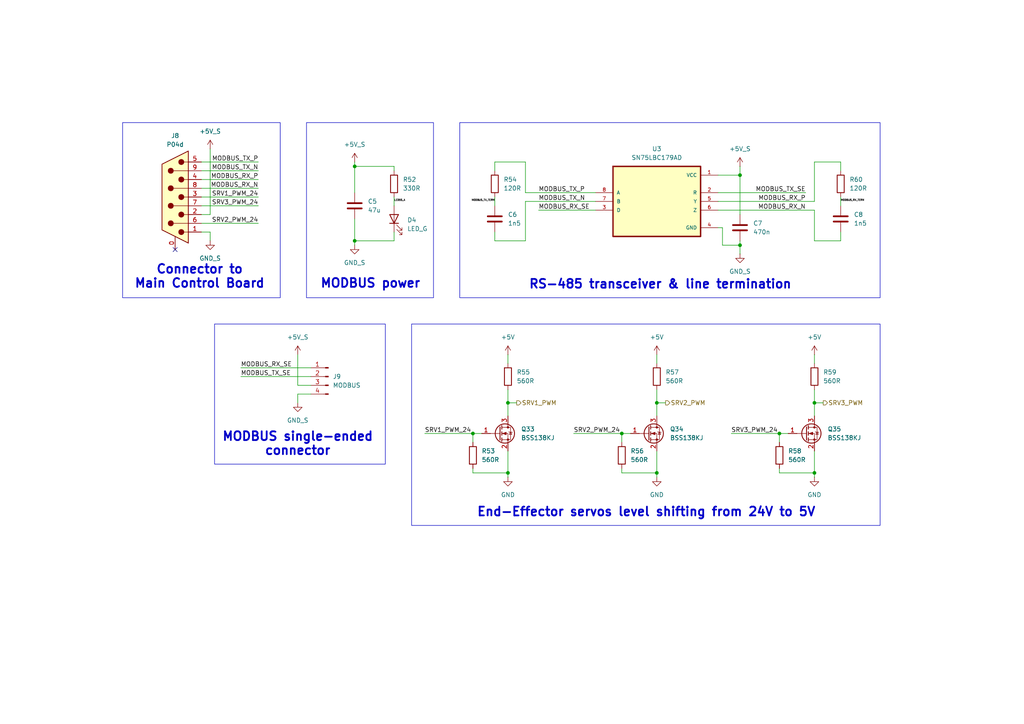
<source format=kicad_sch>
(kicad_sch (version 20231120) (generator "eeschema") (generator_version "8.0")
  (paper "A4")
  (title_block (date "2024-05-20") (rev "1.1") (company "LEGO Kör (legokor.hu)") (comment 1 "Designed by Máté Kovács, Panka Horváth, Gergely Halász") (comment 2 "Reviewed by Máté Kovács, Andi Serban, Péter Varga"))
  (lib_symbols
    (symbol "Connector:Conn_01x04_Pin" (pin_names (offset 1.016) hide)
      (property "Reference" "J" (at 0 5.08 0))
      (property "Value" "Conn_01x04_Pin" (at 0 -7.62 0))
      (symbol "Conn_01x04_Pin_1_1"
        (polyline (pts (xy 1.27 -5.08) (xy 0.8636 -5.08)) (stroke (width 0.1524)))
        (polyline (pts (xy 1.27 -2.54) (xy 0.8636 -2.54)) (stroke (width 0.1524)))
        (polyline (pts (xy 1.27 0) (xy 0.8636 0)) (stroke (width 0.1524)))
        (polyline (pts (xy 1.27 2.54) (xy 0.8636 2.54)) (stroke (width 0.1524)))
        (rectangle (start 0.8636 -4.953) (end 0 -5.207) (stroke (width 0.1524)) (fill (type outline)))
        (rectangle (start 0.8636 -2.413) (end 0 -2.667) (stroke (width 0.1524)) (fill (type outline)))
        (rectangle (start 0.8636 0.127) (end 0 -0.127) (stroke (width 0.1524)) (fill (type outline)))
        (rectangle (start 0.8636 2.667) (end 0 2.413) (stroke (width 0.1524)) (fill (type outline)))
        (pin passive line (at 5.08 2.54 180) (length 3.81) (name "Pin_1") (number "1"))
        (pin passive line (at 5.08 0 180) (length 3.81) (name "Pin_2") (number "2"))
        (pin passive line (at 5.08 -2.54 180) (length 3.81) (name "Pin_3") (number "3"))
        (pin passive line (at 5.08 -5.08 180) (length 3.81) (name "Pin_4") (number "4"))
      )
    )
    (symbol "Connector:DE9_Plug_MountingHoles" (pin_names (offset 1.016) hide)
      (property "Reference" "J" (at 0 16.51 0))
      (property "Value" "DE9_Plug_MountingHoles" (at 0 14.605 0))
      (symbol "DE9_Plug_MountingHoles_0_1"
        (circle (center -1.778 -10.16) (radius 0.762) (fill (type outline)))
        (circle (center -1.778 -5.08) (radius 0.762) (fill (type outline)))
        (circle (center -1.778 0) (radius 0.762) (fill (type outline)))
        (circle (center -1.778 5.08) (radius 0.762) (fill (type outline)))
        (circle (center -1.778 10.16) (radius 0.762) (fill (type outline)))
        (polyline (pts (xy -3.81 -10.16) (xy -2.54 -10.16)))
        (polyline (pts (xy -3.81 -7.62) (xy 0.508 -7.62)))
        (polyline (pts (xy -3.81 -5.08) (xy -2.54 -5.08)))
        (polyline (pts (xy -3.81 -2.54) (xy 0.508 -2.54)))
        (polyline (pts (xy -3.81 0) (xy -2.54 0)))
        (polyline (pts (xy -3.81 2.54) (xy 0.508 2.54)))
        (polyline (pts (xy -3.81 5.08) (xy -2.54 5.08)))
        (polyline (pts (xy -3.81 7.62) (xy 0.508 7.62)))
        (polyline (pts (xy -3.81 10.16) (xy -2.54 10.16)))
        (polyline (pts (xy -3.81 -13.335) (xy -3.81 13.335) (xy 3.81 9.525) (xy 3.81 -9.525) (xy -3.81 -13.335)) (stroke (width 0.254)) (fill (type background)))
        (circle (center 1.27 -7.62) (radius 0.762) (fill (type outline)))
        (circle (center 1.27 -2.54) (radius 0.762) (fill (type outline)))
        (circle (center 1.27 2.54) (radius 0.762) (fill (type outline)))
        (circle (center 1.27 7.62) (radius 0.762) (fill (type outline)))
      )
      (symbol "DE9_Plug_MountingHoles_1_1"
        (pin passive line (at 0 -15.24 90) (length 3.81) (name "PAD") (number "0"))
        (pin passive line (at -7.62 -10.16 0) (length 3.81) (name "1") (number "1"))
        (pin passive line (at -7.62 -5.08 0) (length 3.81) (name "2") (number "2"))
        (pin passive line (at -7.62 0 0) (length 3.81) (name "3") (number "3"))
        (pin passive line (at -7.62 5.08 0) (length 3.81) (name "4") (number "4"))
        (pin passive line (at -7.62 10.16 0) (length 3.81) (name "5") (number "5"))
        (pin passive line (at -7.62 -7.62 0) (length 3.81) (name "6") (number "6"))
        (pin passive line (at -7.62 -2.54 0) (length 3.81) (name "7") (number "7"))
        (pin passive line (at -7.62 2.54 0) (length 3.81) (name "8") (number "8"))
        (pin passive line (at -7.62 7.62 0) (length 3.81) (name "9") (number "9"))
      )
    )
    (symbol "Device:C" (pin_numbers hide) (pin_names (offset 0.254))
      (property "Reference" "C" (at 0.635 2.54 0))
      (property "Value" "C" (at 0.635 -2.54 0))
      (symbol "C_0_1"
        (polyline (pts (xy -2.032 -0.762) (xy 2.032 -0.762)) (stroke (width 0.508)))
        (polyline (pts (xy -2.032 0.762) (xy 2.032 0.762)) (stroke (width 0.508)))
      )
      (symbol "C_1_1"
        (pin passive line (at 0 3.81 270) (length 2.794) (name "~") (number "1"))
        (pin passive line (at 0 -3.81 90) (length 2.794) (name "~") (number "2"))
      )
    )
    (symbol "Device:LED" (pin_numbers hide) (pin_names (offset 1.016) hide)
      (property "Reference" "D" (at 0 2.54 0))
      (property "Value" "LED" (at 0 -2.54 0))
      (symbol "LED_0_1"
        (polyline (pts (xy -1.27 -1.27) (xy -1.27 1.27)) (stroke (width 0.254)))
        (polyline (pts (xy -1.27 0) (xy 1.27 0)))
        (polyline (pts (xy 1.27 -1.27) (xy 1.27 1.27) (xy -1.27 0) (xy 1.27 -1.27)) (stroke (width 0.254)))
        (polyline (pts (xy -3.048 -0.762) (xy -4.572 -2.286) (xy -3.81 -2.286) (xy -4.572 -2.286) (xy -4.572 -1.524)))
        (polyline (pts (xy -1.778 -0.762) (xy -3.302 -2.286) (xy -2.54 -2.286) (xy -3.302 -2.286) (xy -3.302 -1.524)))
      )
      (symbol "LED_1_1"
        (pin passive line (at -3.81 0 0) (length 2.54) (name "K") (number "1"))
        (pin passive line (at 3.81 0 180) (length 2.54) (name "A") (number "2"))
      )
    )
    (symbol "Device:R" (pin_numbers hide) (pin_names (offset 0))
      (property "Reference" "R" (at 2.032 0 90))
      (property "Value" "R" (at 0 0 90))
      (symbol "R_0_1"
        (rectangle (start -1.016 -2.54) (end 1.016 2.54) (stroke (width 0.254)))
      )
      (symbol "R_1_1"
        (pin passive line (at 0 3.81 270) (length 1.27) (name "~") (number "1"))
        (pin passive line (at 0 -3.81 90) (length 1.27) (name "~") (number "2"))
      )
    )
    (symbol "SN75LBC179AD:SN75LBC179AD" (pin_names (offset 1.016))
      (property "Reference" "U" (at -12.7 11.16 0))
      (property "Value" "SN75LBC179AD" (at -12.7 -14.16 0))
      (symbol "SN75LBC179AD_0_0"
        (rectangle (start -12.7 -10.16) (end 12.7 10.16) (stroke (width 0.41)) (fill (type background)))
        (pin power_in line (at 17.78 7.62 180) (length 5.08) (name "VCC") (number "1"))
        (pin output line (at 17.78 2.54 180) (length 5.08) (name "R") (number "2"))
        (pin input line (at -17.78 -2.54 0) (length 5.08) (name "D") (number "3"))
        (pin power_in line (at 17.78 -7.62 180) (length 5.08) (name "GND") (number "4"))
        (pin output line (at 17.78 0 180) (length 5.08) (name "Y") (number "5"))
        (pin output line (at 17.78 -2.54 180) (length 5.08) (name "Z") (number "6"))
        (pin input line (at -17.78 0 0) (length 5.08) (name "B") (number "7"))
        (pin input line (at -17.78 2.54 0) (length 5.08) (name "A") (number "8"))
      )
    )
    (symbol "Transistor_FET:BSS138" (pin_names hide)
      (property "Reference" "Q" (at 5.08 1.905 0))
      (property "Value" "BSS138" (at 5.08 0 0))
      (symbol "BSS138_0_1"
        (polyline (pts (xy 0.254 0) (xy -2.54 0)))
        (polyline (pts (xy 0.254 1.905) (xy 0.254 -1.905)) (stroke (width 0.254)))
        (polyline (pts (xy 0.762 -1.27) (xy 0.762 -2.286)) (stroke (width 0.254)))
        (polyline (pts (xy 0.762 0.508) (xy 0.762 -0.508)) (stroke (width 0.254)))
        (polyline (pts (xy 0.762 2.286) (xy 0.762 1.27)) (stroke (width 0.254)))
        (polyline (pts (xy 2.54 2.54) (xy 2.54 1.778)))
        (polyline (pts (xy 2.54 -2.54) (xy 2.54 0) (xy 0.762 0)))
        (polyline (pts (xy 0.762 -1.778) (xy 3.302 -1.778) (xy 3.302 1.778) (xy 0.762 1.778)))
        (polyline (pts (xy 1.016 0) (xy 2.032 0.381) (xy 2.032 -0.381) (xy 1.016 0)) (fill (type outline)))
        (polyline (pts (xy 2.794 0.508) (xy 2.921 0.381) (xy 3.683 0.381) (xy 3.81 0.254)))
        (polyline (pts (xy 3.302 0.381) (xy 2.921 -0.254) (xy 3.683 -0.254) (xy 3.302 0.381)))
        (circle (center 1.651 0) (radius 2.794) (stroke (width 0.254)))
        (circle (center 2.54 -1.778) (radius 0.254) (fill (type outline)))
        (circle (center 2.54 1.778) (radius 0.254) (fill (type outline)))
      )
      (symbol "BSS138_1_1"
        (pin input line (at -5.08 0 0) (length 2.54) (name "G") (number "1"))
        (pin passive line (at 2.54 -5.08 90) (length 2.54) (name "S") (number "2"))
        (pin passive line (at 2.54 5.08 270) (length 2.54) (name "D") (number "3"))
      )
    )
    (symbol "power:+5V" (power) (pin_numbers hide) (pin_names (offset 0) hide)
      (property "Value" "+5V" (at 0 3.556 0))
      (symbol "+5V_0_1"
        (polyline (pts (xy -0.762 1.27) (xy 0 2.54)))
        (polyline (pts (xy 0 0) (xy 0 2.54)))
        (polyline (pts (xy 0 2.54) (xy 0.762 1.27)))
      )
      (symbol "+5V_1_1"
        (pin power_in line (at 0 0 90) (length 0) (name "~") (number "1"))
      )
    )
    (symbol "power:GND" (power) (pin_numbers hide) (pin_names (offset 0) hide)
      (property "Value" "GND" (at 0 -3.81 0))
      (symbol "GND_0_1"
        (polyline (pts (xy 0 0) (xy 0 -1.27) (xy 1.27 -1.27) (xy 0 -2.54) (xy -1.27 -1.27) (xy 0 -1.27)))
      )
      (symbol "GND_1_1"
        (pin power_in line (at 0 0 270) (length 0) (name "~") (number "1"))
      )
    )
    (symbol "power:GNDS" (power) (pin_numbers hide) (pin_names (offset 0) hide)
      (property "Value" "GNDS" (at 0 -3.81 0))
      (symbol "GNDS_0_1"
        (polyline (pts (xy 0 0) (xy 0 -1.27) (xy 1.27 -1.27) (xy 0 -2.54) (xy -1.27 -1.27) (xy 0 -1.27)))
      )
      (symbol "GNDS_1_1"
        (pin power_in line (at 0 0 270) (length 0) (name "~") (number "1"))
      )
    )
  )
  (junction (at 236.22 137.16))
  (junction (at 147.32 137.16))
  (junction (at 214.63 50.8))
  (junction (at 236.22 116.84))
  (junction (at 190.5 137.16))
  (junction (at 102.87 69.85))
  (junction (at 102.87 48.26))
  (junction (at 147.32 116.84))
  (junction (at 214.63 71.12))
  (junction (at 137.16 125.73))
  (junction (at 226.06 125.73))
  (junction (at 190.5 116.84))
  (junction (at 180.34 125.73))
  (no_connect (at 50.8 72.39))
  (wire (pts (xy 226.06 125.73) (xy 226.06 128.27)))
  (wire (pts (xy 90.17 111.76) (xy 86.36 111.76)))
  (wire (pts (xy 214.63 48.26) (xy 214.63 50.8)))
  (wire (pts (xy 137.16 125.73) (xy 139.7 125.73)))
  (wire (pts (xy 102.87 69.85) (xy 102.87 71.12)))
  (wire (pts (xy 147.32 113.03) (xy 147.32 116.84)))
  (wire (pts (xy 190.5 102.87) (xy 190.5 105.41)))
  (wire (pts (xy 236.22 116.84) (xy 236.22 120.65)))
  (wire (pts (xy 180.34 125.73) (xy 180.34 128.27)))
  (wire (pts (xy 58.42 46.99) (xy 74.93 46.99)))
  (wire (pts (xy 143.51 46.99) (xy 152.4 46.99)))
  (wire (pts (xy 214.63 71.12) (xy 214.63 69.85)))
  (wire (pts (xy 208.28 60.96) (xy 236.22 60.96)))
  (wire (pts (xy 102.87 48.26) (xy 114.3 48.26)))
  (wire (pts (xy 86.36 114.3) (xy 86.36 116.84)))
  (wire (pts (xy 58.42 49.53) (xy 74.93 49.53)))
  (wire (pts (xy 60.96 69.85) (xy 60.96 67.31)))
  (wire (pts (xy 143.51 67.31) (xy 143.51 69.85)))
  (wire (pts (xy 236.22 113.03) (xy 236.22 116.84)))
  (wire (pts (xy 58.42 57.15) (xy 74.93 57.15)))
  (wire (pts (xy 137.16 137.16) (xy 147.32 137.16)))
  (wire (pts (xy 69.85 106.68) (xy 90.17 106.68)))
  (wire (pts (xy 243.84 67.31) (xy 243.84 69.85)))
  (wire (pts (xy 147.32 116.84) (xy 147.32 120.65)))
  (wire (pts (xy 166.37 125.73) (xy 180.34 125.73)))
  (wire (pts (xy 209.55 71.12) (xy 214.63 71.12)))
  (wire (pts (xy 114.3 57.15) (xy 114.3 59.69)))
  (wire (pts (xy 236.22 46.99) (xy 243.84 46.99)))
  (wire (pts (xy 190.5 116.84) (xy 190.5 120.65)))
  (wire (pts (xy 156.21 60.96) (xy 172.72 60.96)))
  (wire (pts (xy 208.28 55.88) (xy 233.68 55.88)))
  (wire (pts (xy 190.5 137.16) (xy 190.5 138.43)))
  (wire (pts (xy 58.42 62.23) (xy 60.96 62.23)))
  (wire (pts (xy 114.3 67.31) (xy 114.3 69.85)))
  (wire (pts (xy 102.87 46.99) (xy 102.87 48.26)))
  (wire (pts (xy 86.36 102.87) (xy 86.36 111.76)))
  (wire (pts (xy 236.22 130.81) (xy 236.22 137.16)))
  (wire (pts (xy 212.09 125.73) (xy 226.06 125.73)))
  (wire (pts (xy 190.5 130.81) (xy 190.5 137.16)))
  (wire (pts (xy 58.42 52.07) (xy 74.93 52.07)))
  (wire (pts (xy 152.4 58.42) (xy 172.72 58.42)))
  (wire (pts (xy 123.19 125.73) (xy 137.16 125.73)))
  (wire (pts (xy 152.4 69.85) (xy 152.4 58.42)))
  (wire (pts (xy 90.17 114.3) (xy 86.36 114.3)))
  (wire (pts (xy 243.84 46.99) (xy 243.84 49.53)))
  (wire (pts (xy 226.06 125.73) (xy 228.6 125.73)))
  (wire (pts (xy 226.06 137.16) (xy 236.22 137.16)))
  (wire (pts (xy 236.22 137.16) (xy 236.22 138.43)))
  (wire (pts (xy 60.96 43.18) (xy 60.96 62.23)))
  (wire (pts (xy 114.3 69.85) (xy 102.87 69.85)))
  (wire (pts (xy 208.28 66.04) (xy 209.55 66.04)))
  (wire (pts (xy 114.3 48.26) (xy 114.3 49.53)))
  (wire (pts (xy 58.42 59.69) (xy 74.93 59.69)))
  (wire (pts (xy 180.34 125.73) (xy 182.88 125.73)))
  (wire (pts (xy 69.85 109.22) (xy 90.17 109.22)))
  (wire (pts (xy 143.51 57.15) (xy 143.51 59.69)))
  (wire (pts (xy 236.22 102.87) (xy 236.22 105.41)))
  (wire (pts (xy 152.4 46.99) (xy 152.4 55.88)))
  (wire (pts (xy 58.42 64.77) (xy 74.93 64.77)))
  (wire (pts (xy 147.32 130.81) (xy 147.32 137.16)))
  (wire (pts (xy 236.22 58.42) (xy 236.22 46.99)))
  (wire (pts (xy 226.06 135.89) (xy 226.06 137.16)))
  (wire (pts (xy 208.28 58.42) (xy 236.22 58.42)))
  (wire (pts (xy 190.5 113.03) (xy 190.5 116.84)))
  (wire (pts (xy 147.32 116.84) (xy 149.86 116.84)))
  (wire (pts (xy 243.84 57.15) (xy 243.84 59.69)))
  (wire (pts (xy 214.63 71.12) (xy 214.63 73.66)))
  (wire (pts (xy 147.32 137.16) (xy 147.32 138.43)))
  (wire (pts (xy 143.51 49.53) (xy 143.51 46.99)))
  (wire (pts (xy 236.22 116.84) (xy 238.76 116.84)))
  (wire (pts (xy 137.16 135.89) (xy 137.16 137.16)))
  (wire (pts (xy 137.16 125.73) (xy 137.16 128.27)))
  (wire (pts (xy 209.55 66.04) (xy 209.55 71.12)))
  (wire (pts (xy 102.87 48.26) (xy 102.87 55.88)))
  (wire (pts (xy 214.63 50.8) (xy 214.63 62.23)))
  (wire (pts (xy 190.5 116.84) (xy 193.04 116.84)))
  (wire (pts (xy 236.22 69.85) (xy 236.22 60.96)))
  (wire (pts (xy 102.87 63.5) (xy 102.87 69.85)))
  (wire (pts (xy 143.51 69.85) (xy 152.4 69.85)))
  (wire (pts (xy 243.84 69.85) (xy 236.22 69.85)))
  (wire (pts (xy 152.4 55.88) (xy 172.72 55.88)))
  (wire (pts (xy 180.34 135.89) (xy 180.34 137.16)))
  (wire (pts (xy 147.32 102.87) (xy 147.32 105.41)))
  (wire (pts (xy 208.28 50.8) (xy 214.63 50.8)))
  (wire (pts (xy 58.42 67.31) (xy 60.96 67.31)))
  (wire (pts (xy 180.34 137.16) (xy 190.5 137.16)))
  (wire (pts (xy 58.42 54.61) (xy 74.93 54.61)))
  (rectangle (start 88.9 35.56) (end 125.73 86.36))
  (rectangle (start 119.38 93.98) (end 255.27 152.4))
  (rectangle (start 35.56 35.56) (end 81.28 86.36))
  (rectangle (start 133.35 35.56) (end 255.27 86.36))
  (rectangle (start 62.23 93.98) (end 111.76 134.62))
  (text "End-Effector servos level shifting from 24V to 5V" (at 187.452 148.59 0) (effects (font (size 2.54 2.54) (bold yes))))
  (text "RS-485 transceiver & line termination" (at 191.516 82.55 0) (effects (font (size 2.54 2.54) (bold yes))))
  (text "Connector to\nMain Control Board" (at 57.912 80.264 0) (effects (font (size 2.54 2.54) (thickness 0.508) (bold yes))))
  (text "MODBUS power" (at 107.442 82.296 0) (effects (font (size 2.54 2.54) (bold yes))))
  (text "MODBUS single-ended\nconnector" (at 86.36 128.778 0) (effects (font (size 2.54 2.54) (bold yes))))
  (label "SRV3_PWM_24" (at 74.93 59.69 180))
  (label "MODBUS_RX_N" (at 74.93 54.61 180))
  (label "MODBUS_TX_N" (at 74.93 49.53 180))
  (label "MODBUS_RX_SE" (at 69.85 106.68 0))
  (label "SRV1_PWM_24" (at 74.93 57.15 180))
  (label "MODBUS_RX_P" (at 74.93 52.07 180))
  (label "SRV1_PWM_24" (at 123.19 125.73 0))
  (label "LED5S_A" (at 114.3 58.42 0) (effects (font (size 0.5 0.5))))
  (label "MODBUS_TX_P" (at 74.93 46.99 180))
  (label "MODBUS_RX_P" (at 233.68 58.42 180))
  (label "SRV2_PWM_24" (at 166.37 125.73 0))
  (label "SRV2_PWM_24" (at 74.93 64.77 180))
  (label "MODBUS_RX_SE" (at 156.21 60.96 0))
  (label "MODBUS_TX_P" (at 156.21 55.88 0))
  (label "MODBUS_TX_SE" (at 69.85 109.22 0))
  (label "SRV3_PWM_24" (at 212.09 125.73 0))
  (label "MODBUS_TX_N" (at 156.21 58.42 0))
  (label "MODBUS_TX_TERM" (at 143.51 58.42 180) (effects (font (size 0.5 0.5))))
  (label "MODBUS_RX_N" (at 233.68 60.96 180))
  (label "MODBUS_TX_SE" (at 233.68 55.88 180))
  (label "MODBUS_RX_TERM" (at 243.84 58.42 0) (effects (font (size 0.5 0.5))))
  (hierarchical_label "SRV3_PWM" (shape output) (at 238.76 116.84 0))
  (hierarchical_label "SRV1_PWM" (shape output) (at 149.86 116.84 0))
  (hierarchical_label "SRV2_PWM" (shape output) (at 193.04 116.84 0))
  (symbol (lib_id "power:+5V") (at 236.22 102.87 0) (unit 1)
    (property "Reference" "#PWR067" (effects (hide yes)))
    (property "Value" "+5V" (at 236.22 97.79 0))
    (property "Description" "Power symbol creates a global label with name \"+5V\"" (effects (hide yes)))
  )
  (symbol (lib_id "Device:C") (at 214.63 66.04 0) (unit 1)
    (property "Reference" "C7" (at 218.44 64.7699 0) (effects (justify left)))
    (property "Value" "470n" (at 218.44 67.3099 0) (effects (justify left)))
    (property "Footprint" "Capacitor_SMD:C_0805_2012Metric_Pad1.18x1.45mm_HandSolder" (effects (hide yes)))
    (property "Description" "Unpolarized capacitor" (effects (hide yes)))
    (property "Sourced" "1" (effects (hide yes)))
    (property "Supplier" "Lomex" (effects (hide yes)))
    (property "Supplier item no" "82-14-68" (effects (hide yes)))
  )
  (symbol (lib_id "Transistor_FET:BSS138") (at 233.68 125.73 0) (unit 1)
    (property "Reference" "Q35" (at 240.03 124.4599 0) (effects (justify left)))
    (property "Value" "BSS138KJ" (at 240.03 126.9999 0) (effects (justify left)))
    (property "Footprint" "Package_TO_SOT_SMD:SOT-23" (effects (hide yes)))
    (property "Datasheet" "https://lomex.hu/pdf/yet/(yet)_bss138kj.pdf" (effects (hide yes)))
    (property "Description" "50V Vds, 0.22A Id, N-Channel MOSFET, SOT-23" (effects (hide yes)))
    (property "Supplier" "Lomex" (effects (hide yes)))
    (property "Supplier URL" "https://lomex.hu/hu/webshop/#page,0/search,86-07-11/stype,1" (effects (hide yes)))
    (property "Supplier item no" "86-07-11" (effects (hide yes)))
    (property "Sourced" "1" (effects (hide yes)))
  )
  (symbol (lib_id "Device:R") (at 226.06 132.08 180) (unit 1)
    (property "Reference" "R58" (at 228.6 130.8099 0) (effects (justify right)))
    (property "Value" "560R" (at 228.6 133.3499 0) (effects (justify right)))
    (property "Footprint" "Resistor_SMD:R_0805_2012Metric_Pad1.20x1.40mm_HandSolder" (effects (hide yes)))
    (property "Description" "Resistor" (effects (hide yes)))
    (property "Sourced" "1" (effects (hide yes)))
    (property "Supplier" "Lomex" (effects (hide yes)))
    (property "Supplier item no" "81-10-84" (effects (hide yes)))
  )
  (symbol (lib_id "Transistor_FET:BSS138") (at 144.78 125.73 0) (unit 1)
    (property "Reference" "Q33" (at 151.13 124.4599 0) (effects (justify left)))
    (property "Value" "BSS138KJ" (at 151.13 126.9999 0) (effects (justify left)))
    (property "Footprint" "Package_TO_SOT_SMD:SOT-23" (effects (hide yes)))
    (property "Datasheet" "https://lomex.hu/pdf/yet/(yet)_bss138kj.pdf" (effects (hide yes)))
    (property "Description" "50V Vds, 0.22A Id, N-Channel MOSFET, SOT-23" (effects (hide yes)))
    (property "Supplier" "Lomex" (effects (hide yes)))
    (property "Supplier URL" "https://lomex.hu/hu/webshop/#page,0/search,86-07-11/stype,1" (effects (hide yes)))
    (property "Supplier item no" "86-07-11" (effects (hide yes)))
    (property "Sourced" "1" (effects (hide yes)))
  )
  (symbol (lib_id "Device:R") (at 137.16 132.08 180) (unit 1)
    (property "Reference" "R53" (at 139.7 130.8099 0) (effects (justify right)))
    (property "Value" "560R" (at 139.7 133.3499 0) (effects (justify right)))
    (property "Footprint" "Resistor_SMD:R_0805_2012Metric_Pad1.20x1.40mm_HandSolder" (effects (hide yes)))
    (property "Description" "Resistor" (effects (hide yes)))
    (property "Sourced" "1" (effects (hide yes)))
    (property "Supplier" "Lomex" (effects (hide yes)))
    (property "Supplier item no" "81-10-84" (effects (hide yes)))
  )
  (symbol (lib_id "Device:R") (at 190.5 109.22 0) (unit 1)
    (property "Reference" "R57" (at 193.04 107.9499 0) (effects (justify left)))
    (property "Value" "560R" (at 193.04 110.4899 0) (effects (justify left)))
    (property "Footprint" "Resistor_SMD:R_0805_2012Metric_Pad1.20x1.40mm_HandSolder" (effects (hide yes)))
    (property "Description" "Resistor" (effects (hide yes)))
    (property "Supplier" "Lomex" (effects (hide yes)))
    (property "Supplier item no" "81-10-84" (effects (hide yes)))
    (property "Sourced" "1" (effects (hide yes)))
  )
  (symbol (lib_id "power:+5V") (at 60.96 43.18 0) (unit 1)
    (property "Reference" "#PWR055" (effects (hide yes)))
    (property "Value" "+5V_S" (at 60.96 38.1 0))
    (property "Description" "Power symbol creates a global label with name \"+5V\"" (effects (hide yes)))
  )
  (symbol (lib_id "Connector:Conn_01x04_Pin") (at 95.25 109.22 0) (mirror y) (unit 1)
    (property "Reference" "J9" (at 96.52 109.2199 0) (effects (justify right)))
    (property "Value" "MODBUS" (at 96.52 111.7599 0) (effects (justify right)))
    (property "Footprint" "Connector_PinHeader_2.54mm:PinHeader_1x04_P2.54mm_Horizontal" (effects (hide yes)))
    (property "Description" "Generic connector, single row, 01x04, script generated" (effects (hide yes)))
    (property "Sourced" "1" (effects (hide yes)))
    (property "Supplier" "LEGOlab" (effects (hide yes)))
    (property "Supplier item no" "-" (effects (hide yes)))
  )
  (symbol (lib_id "SN75LBC179AD:SN75LBC179AD") (at 190.5 58.42 0) (unit 1)
    (property "Reference" "U3" (at 190.5 43.18 0))
    (property "Value" "SN75LBC179AD" (at 190.5 45.72 0))
    (property "Footprint" "SN75LBC179AD:SOIC127P599X175-8N" (effects (hide yes)))
    (property "Datasheet" "https://www.ti.com/general/docs/suppproductinfo.tsp?distId=10&gotoUrl=https%3A%2F%2Fwww.ti.com%2Flit%2Fgpn%2Fsn65lbc179a" (effects (hide yes)))
    (property "MF" "Texas Instruments" (effects (hide yes)))
    (property "Description_1" "\nLow-Power Differential Line Driver and Receiver Pairs\n" (effects (hide yes)))
    (property "Package" "SOIC-8 Texas Instruments" (effects (hide yes)))
    (property "Price" "None" (effects (hide yes)))
    (property "SnapEDA_Link" "https://www.snapeda.com/parts/SN75LBC179AD/Texas+Instruments/view-part/?ref=snap" (effects (hide yes)))
    (property "MP" "SN75LBC179AD" (effects (hide yes)))
    (property "Purchase-URL" "https://www.snapeda.com/api/url_track_click_mouser/?unipart_id=38825&manufacturer=Texas Instruments&part_name=SN75LBC179AD&search_term=sn75lbc179ad" (effects (hide yes)))
    (property "Availability" "In Stock" (effects (hide yes)))
    (property "Check_prices" "https://www.snapeda.com/parts/SN75LBC179AD/Texas+Instruments/view-part/?ref=eda" (effects (hide yes)))
    (property "Sourced" "1" (effects (hide yes)))
    (property "Supplier" "DigiKey" (effects (hide yes)))
    (property "Supplier item no" "296-41653-1-ND" (effects (hide yes)))
  )
  (symbol (lib_id "Device:C") (at 102.87 59.69 0) (unit 1)
    (property "Reference" "C5" (at 106.68 58.4199 0) (effects (justify left)))
    (property "Value" "47u" (at 106.68 60.9599 0) (effects (justify left)))
    (property "Footprint" "Capacitor_SMD:C_0805_2012Metric_Pad1.18x1.45mm_HandSolder" (effects (hide yes)))
    (property "Description" "Unpolarized capacitor" (effects (hide yes)))
    (property "Sourced" "0" (effects (hide yes)))
    (property "Supplier" "Lomex" (effects (hide yes)))
    (property "Supplier item no" "82-11-74" (effects (hide yes)))
  )
  (symbol (lib_id "Transistor_FET:BSS138") (at 187.96 125.73 0) (unit 1)
    (property "Reference" "Q34" (at 194.31 124.4599 0) (effects (justify left)))
    (property "Value" "BSS138KJ" (at 194.31 126.9999 0) (effects (justify left)))
    (property "Footprint" "Package_TO_SOT_SMD:SOT-23" (effects (hide yes)))
    (property "Datasheet" "https://lomex.hu/pdf/yet/(yet)_bss138kj.pdf" (effects (hide yes)))
    (property "Description" "50V Vds, 0.22A Id, N-Channel MOSFET, SOT-23" (effects (hide yes)))
    (property "Supplier" "Lomex" (effects (hide yes)))
    (property "Supplier URL" "https://lomex.hu/hu/webshop/#page,0/search,86-07-11/stype,1" (effects (hide yes)))
    (property "Supplier item no" "86-07-11" (effects (hide yes)))
    (property "Sourced" "1" (effects (hide yes)))
  )
  (symbol (lib_id "power:GNDS") (at 60.96 69.85 0) (unit 1)
    (property "Reference" "#PWR056" (effects (hide yes)))
    (property "Value" "GND_S" (at 60.96 74.93 0))
    (property "Description" "Power symbol creates a global label with name \"GNDS\" , signal ground" (effects (hide yes)))
  )
  (symbol (lib_id "power:+5V") (at 214.63 48.26 0) (unit 1)
    (property "Reference" "#PWR065" (effects (hide yes)))
    (property "Value" "+5V_S" (at 214.63 43.18 0))
    (property "Description" "Power symbol creates a global label with name \"+5V\"" (effects (hide yes)))
  )
  (symbol (lib_id "power:+5V") (at 86.36 102.87 0) (unit 1)
    (property "Reference" "#PWR057" (effects (hide yes)))
    (property "Value" "+5V_S" (at 86.36 97.79 0))
    (property "Description" "Power symbol creates a global label with name \"+5V\"" (effects (hide yes)))
  )
  (symbol (lib_id "Device:R") (at 180.34 132.08 180) (unit 1)
    (property "Reference" "R56" (at 182.88 130.8099 0) (effects (justify right)))
    (property "Value" "560R" (at 182.88 133.3499 0) (effects (justify right)))
    (property "Footprint" "Resistor_SMD:R_0805_2012Metric_Pad1.20x1.40mm_HandSolder" (effects (hide yes)))
    (property "Description" "Resistor" (effects (hide yes)))
    (property "Sourced" "1" (effects (hide yes)))
    (property "Supplier" "Lomex" (effects (hide yes)))
    (property "Supplier item no" "81-10-84" (effects (hide yes)))
  )
  (symbol (lib_id "power:GNDS") (at 102.87 71.12 0) (unit 1)
    (property "Reference" "#PWR060" (effects (hide yes)))
    (property "Value" "GND_S" (at 102.87 76.2 0))
    (property "Description" "Power symbol creates a global label with name \"GNDS\" , signal ground" (effects (hide yes)))
  )
  (symbol (lib_id "Device:C") (at 243.84 63.5 0) (unit 1)
    (property "Reference" "C8" (at 247.65 62.2299 0) (effects (justify left)))
    (property "Value" "1n5" (at 247.65 64.7699 0) (effects (justify left)))
    (property "Footprint" "Capacitor_SMD:C_0805_2012Metric_Pad1.18x1.45mm_HandSolder" (effects (hide yes)))
    (property "Description" "Unpolarized capacitor" (effects (hide yes)))
    (property "Sourced" "1" (effects (hide yes)))
    (property "Supplier" "Lomex" (effects (hide yes)))
    (property "Supplier item no" "82-16-48" (effects (hide yes)))
  )
  (symbol (lib_id "power:+5V") (at 147.32 102.87 0) (unit 1)
    (property "Reference" "#PWR061" (effects (hide yes)))
    (property "Value" "+5V" (at 147.32 97.79 0))
    (property "Description" "Power symbol creates a global label with name \"+5V\"" (effects (hide yes)))
  )
  (symbol (lib_id "Device:LED") (at 114.3 63.5 90) (unit 1)
    (property "Reference" "D4" (at 118.11 63.8174 90) (effects (justify right)))
    (property "Value" "LED_G" (at 118.11 66.3574 90) (effects (justify right)))
    (property "Footprint" "LED_SMD:LED_0805_2012Metric_Pad1.15x1.40mm_HandSolder" (effects (hide yes)))
    (property "Datasheet" "https://mm.digikey.com/Volume0/opasdata/d220001/medias/docus/3804/B1701NG--20D000314U1930.pdf" (effects (hide yes)))
    (property "Description" "Light emitting diode" (effects (hide yes)))
    (property "Sourced" "1" (effects (hide yes)))
    (property "Supplier" "DigiKey" (effects (hide yes)))
    (property "Supplier item no" "3147-B1701NG--20D000314U1930CT-ND" (effects (hide yes)))
  )
  (symbol (lib_id "power:GND") (at 147.32 138.43 0) (unit 1)
    (property "Reference" "#PWR062" (effects (hide yes)))
    (property "Value" "GND" (at 147.32 143.51 0))
    (property "Description" "Power symbol creates a global label with name \"GND\" , ground" (effects (hide yes)))
  )
  (symbol (lib_id "Connector:DE9_Plug_MountingHoles") (at 50.8 57.15 0) (mirror y) (unit 1)
    (property "Reference" "J8" (at 50.8 39.37 0))
    (property "Value" "P04d" (at 50.8 41.91 0))
    (property "Footprint" "Connector_Dsub:DSUB-9_Male_Horizontal_P2.77x2.84mm_EdgePinOffset7.70mm_Housed_MountingHolesOffset9.12mm" (effects (hide yes)))
    (property "Datasheet" " ~" (effects (hide yes)))
    (property "Description" "9-pin male plug pin D-SUB connector, Mounting Hole" (effects (hide yes)))
    (property "Sourced" "1" (effects (hide yes)))
    (property "Supplier" "LEGOlab" (effects (hide yes)))
    (property "Supplier item no" "-" (effects (hide yes)))
  )
  (symbol (lib_id "Device:R") (at 243.84 53.34 0) (unit 1)
    (property "Reference" "R60" (at 246.38 52.0699 0) (effects (justify left)))
    (property "Value" "120R" (at 246.38 54.6099 0) (effects (justify left)))
    (property "Footprint" "Resistor_SMD:R_0805_2012Metric_Pad1.20x1.40mm_HandSolder" (effects (hide yes)))
    (property "Description" "Resistor" (effects (hide yes)))
    (property "Sourced" "1" (effects (hide yes)))
    (property "Supplier" "Lomex" (effects (hide yes)))
    (property "Supplier item no" "81-10-76" (effects (hide yes)))
  )
  (symbol (lib_id "Device:R") (at 236.22 109.22 0) (unit 1)
    (property "Reference" "R59" (at 238.76 107.9499 0) (effects (justify left)))
    (property "Value" "560R" (at 238.76 110.4899 0) (effects (justify left)))
    (property "Footprint" "Resistor_SMD:R_0805_2012Metric_Pad1.20x1.40mm_HandSolder" (effects (hide yes)))
    (property "Description" "Resistor" (effects (hide yes)))
    (property "Supplier" "Lomex" (effects (hide yes)))
    (property "Supplier item no" "81-10-84" (effects (hide yes)))
    (property "Sourced" "1" (effects (hide yes)))
  )
  (symbol (lib_id "Device:R") (at 143.51 53.34 0) (unit 1)
    (property "Reference" "R54" (at 146.05 52.0699 0) (effects (justify left)))
    (property "Value" "120R" (at 146.05 54.6099 0) (effects (justify left)))
    (property "Footprint" "Resistor_SMD:R_0805_2012Metric_Pad1.20x1.40mm_HandSolder" (effects (hide yes)))
    (property "Description" "Resistor" (effects (hide yes)))
    (property "Sourced" "1" (effects (hide yes)))
    (property "Supplier" "Lomex" (effects (hide yes)))
    (property "Supplier item no" "81-10-76" (effects (hide yes)))
  )
  (symbol (lib_id "power:GNDS") (at 214.63 73.66 0) (unit 1)
    (property "Reference" "#PWR066" (effects (hide yes)))
    (property "Value" "GND_S" (at 214.63 78.74 0))
    (property "Description" "Power symbol creates a global label with name \"GNDS\" , signal ground" (effects (hide yes)))
  )
  (symbol (lib_id "Device:R") (at 147.32 109.22 0) (unit 1)
    (property "Reference" "R55" (at 149.86 107.9499 0) (effects (justify left)))
    (property "Value" "560R" (at 149.86 110.4899 0) (effects (justify left)))
    (property "Footprint" "Resistor_SMD:R_0805_2012Metric_Pad1.20x1.40mm_HandSolder" (effects (hide yes)))
    (property "Description" "Resistor" (effects (hide yes)))
    (property "Supplier" "Lomex" (effects (hide yes)))
    (property "Supplier item no" "81-10-84" (effects (hide yes)))
    (property "Sourced" "1" (effects (hide yes)))
  )
  (symbol (lib_id "power:GND") (at 236.22 138.43 0) (unit 1)
    (property "Reference" "#PWR068" (effects (hide yes)))
    (property "Value" "GND" (at 236.22 143.51 0))
    (property "Description" "Power symbol creates a global label with name \"GND\" , ground" (effects (hide yes)))
  )
  (symbol (lib_id "power:GNDS") (at 86.36 116.84 0) (unit 1)
    (property "Reference" "#PWR058" (effects (hide yes)))
    (property "Value" "GND_S" (at 86.36 121.92 0))
    (property "Description" "Power symbol creates a global label with name \"GNDS\" , signal ground" (effects (hide yes)))
  )
  (symbol (lib_id "power:+5V") (at 102.87 46.99 0) (unit 1)
    (property "Reference" "#PWR059" (effects (hide yes)))
    (property "Value" "+5V_S" (at 102.87 41.91 0))
    (property "Description" "Power symbol creates a global label with name \"+5V\"" (effects (hide yes)))
  )
  (symbol (lib_id "power:GND") (at 190.5 138.43 0) (unit 1)
    (property "Reference" "#PWR064" (effects (hide yes)))
    (property "Value" "GND" (at 190.5 143.51 0))
    (property "Description" "Power symbol creates a global label with name \"GND\" , ground" (effects (hide yes)))
  )
  (symbol (lib_id "Device:C") (at 143.51 63.5 0) (unit 1)
    (property "Reference" "C6" (at 147.32 62.2299 0) (effects (justify left)))
    (property "Value" "1n5" (at 147.32 64.7699 0) (effects (justify left)))
    (property "Footprint" "Capacitor_SMD:C_0805_2012Metric_Pad1.18x1.45mm_HandSolder" (effects (hide yes)))
    (property "Description" "Unpolarized capacitor" (effects (hide yes)))
    (property "Sourced" "1" (effects (hide yes)))
    (property "Supplier" "Lomex" (effects (hide yes)))
    (property "Supplier item no" "82-16-48" (effects (hide yes)))
  )
  (symbol (lib_id "Device:R") (at 114.3 53.34 0) (unit 1)
    (property "Reference" "R52" (at 116.84 52.0699 0) (effects (justify left)))
    (property "Value" "330R" (at 116.84 54.6099 0) (effects (justify left)))
    (property "Footprint" "Resistor_SMD:R_0805_2012Metric_Pad1.20x1.40mm_HandSolder" (effects (hide yes)))
    (property "Description" "Resistor" (effects (hide yes)))
    (property "Sourced" "1" (effects (hide yes)))
    (property "Supplier" "Lomex" (effects (hide yes)))
    (property "Supplier item no" "81-10-81" (effects (hide yes)))
  )
  (symbol (lib_id "power:+5V") (at 190.5 102.87 0) (unit 1)
    (property "Reference" "#PWR063" (effects (hide yes)))
    (property "Value" "+5V" (at 190.5 97.79 0))
    (property "Description" "Power symbol creates a global label with name \"+5V\"" (effects (hide yes)))
  )
)
</source>
